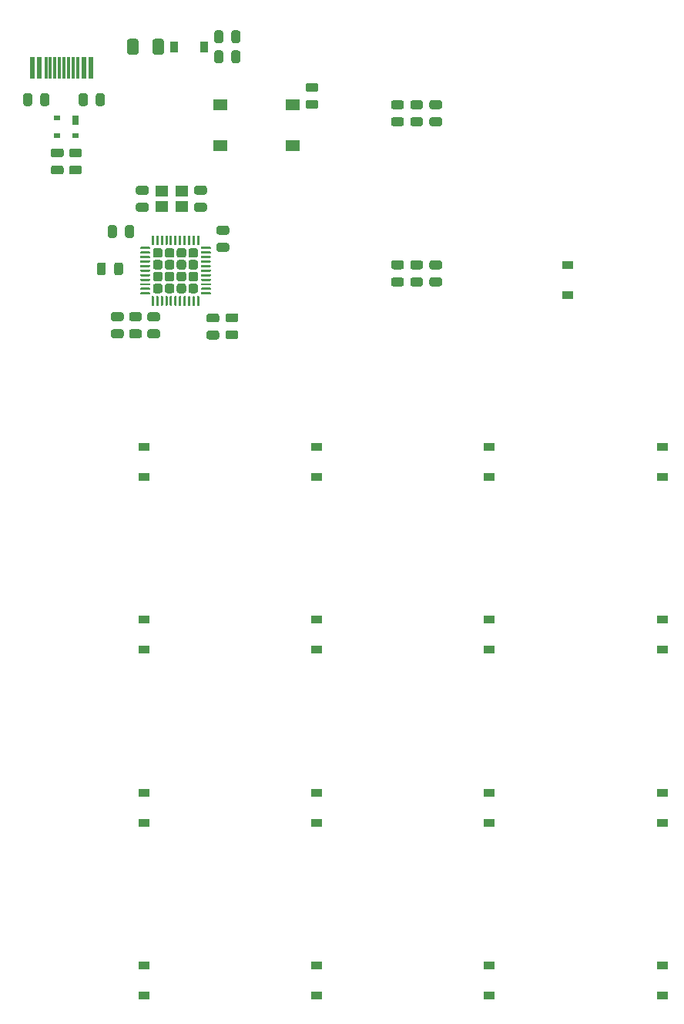
<source format=gbr>
%TF.GenerationSoftware,KiCad,Pcbnew,(5.1.6)-1*%
%TF.CreationDate,2020-07-15T15:55:53-05:00*%
%TF.ProjectId,deco-pad-v1,6465636f-2d70-4616-942d-76312e6b6963,rev?*%
%TF.SameCoordinates,Original*%
%TF.FileFunction,Paste,Bot*%
%TF.FilePolarity,Positive*%
%FSLAX46Y46*%
G04 Gerber Fmt 4.6, Leading zero omitted, Abs format (unit mm)*
G04 Created by KiCad (PCBNEW (5.1.6)-1) date 2020-07-15 15:55:53*
%MOMM*%
%LPD*%
G01*
G04 APERTURE LIST*
%ADD10R,1.200000X0.900000*%
%ADD11R,1.400000X1.200000*%
%ADD12R,0.600000X2.450000*%
%ADD13R,0.300000X2.450000*%
%ADD14R,0.700000X0.600000*%
%ADD15R,0.700000X1.000000*%
%ADD16R,1.550000X1.300000*%
%ADD17R,0.900000X1.200000*%
G04 APERTURE END LIST*
%TO.C,R8*%
G36*
G01*
X58543750Y-58950000D02*
X59456250Y-58950000D01*
G75*
G02*
X59700000Y-59193750I0J-243750D01*
G01*
X59700000Y-59681250D01*
G75*
G02*
X59456250Y-59925000I-243750J0D01*
G01*
X58543750Y-59925000D01*
G75*
G02*
X58300000Y-59681250I0J243750D01*
G01*
X58300000Y-59193750D01*
G75*
G02*
X58543750Y-58950000I243750J0D01*
G01*
G37*
G36*
G01*
X58543750Y-57075000D02*
X59456250Y-57075000D01*
G75*
G02*
X59700000Y-57318750I0J-243750D01*
G01*
X59700000Y-57806250D01*
G75*
G02*
X59456250Y-58050000I-243750J0D01*
G01*
X58543750Y-58050000D01*
G75*
G02*
X58300000Y-57806250I0J243750D01*
G01*
X58300000Y-57318750D01*
G75*
G02*
X58543750Y-57075000I243750J0D01*
G01*
G37*
%TD*%
%TO.C,R4*%
G36*
G01*
X94856250Y-52750000D02*
X93943750Y-52750000D01*
G75*
G02*
X93700000Y-52506250I0J243750D01*
G01*
X93700000Y-52018750D01*
G75*
G02*
X93943750Y-51775000I243750J0D01*
G01*
X94856250Y-51775000D01*
G75*
G02*
X95100000Y-52018750I0J-243750D01*
G01*
X95100000Y-52506250D01*
G75*
G02*
X94856250Y-52750000I-243750J0D01*
G01*
G37*
G36*
G01*
X94856250Y-54625000D02*
X93943750Y-54625000D01*
G75*
G02*
X93700000Y-54381250I0J243750D01*
G01*
X93700000Y-53893750D01*
G75*
G02*
X93943750Y-53650000I243750J0D01*
G01*
X94856250Y-53650000D01*
G75*
G02*
X95100000Y-53893750I0J-243750D01*
G01*
X95100000Y-54381250D01*
G75*
G02*
X94856250Y-54625000I-243750J0D01*
G01*
G37*
%TD*%
%TO.C,R3*%
G36*
G01*
X93943750Y-71250000D02*
X94856250Y-71250000D01*
G75*
G02*
X95100000Y-71493750I0J-243750D01*
G01*
X95100000Y-71981250D01*
G75*
G02*
X94856250Y-72225000I-243750J0D01*
G01*
X93943750Y-72225000D01*
G75*
G02*
X93700000Y-71981250I0J243750D01*
G01*
X93700000Y-71493750D01*
G75*
G02*
X93943750Y-71250000I243750J0D01*
G01*
G37*
G36*
G01*
X93943750Y-69375000D02*
X94856250Y-69375000D01*
G75*
G02*
X95100000Y-69618750I0J-243750D01*
G01*
X95100000Y-70106250D01*
G75*
G02*
X94856250Y-70350000I-243750J0D01*
G01*
X93943750Y-70350000D01*
G75*
G02*
X93700000Y-70106250I0J243750D01*
G01*
X93700000Y-69618750D01*
G75*
G02*
X93943750Y-69375000I243750J0D01*
G01*
G37*
%TD*%
%TO.C,R2*%
G36*
G01*
X99056250Y-70350000D02*
X98143750Y-70350000D01*
G75*
G02*
X97900000Y-70106250I0J243750D01*
G01*
X97900000Y-69618750D01*
G75*
G02*
X98143750Y-69375000I243750J0D01*
G01*
X99056250Y-69375000D01*
G75*
G02*
X99300000Y-69618750I0J-243750D01*
G01*
X99300000Y-70106250D01*
G75*
G02*
X99056250Y-70350000I-243750J0D01*
G01*
G37*
G36*
G01*
X99056250Y-72225000D02*
X98143750Y-72225000D01*
G75*
G02*
X97900000Y-71981250I0J243750D01*
G01*
X97900000Y-71493750D01*
G75*
G02*
X98143750Y-71250000I243750J0D01*
G01*
X99056250Y-71250000D01*
G75*
G02*
X99300000Y-71493750I0J-243750D01*
G01*
X99300000Y-71981250D01*
G75*
G02*
X99056250Y-72225000I-243750J0D01*
G01*
G37*
%TD*%
%TO.C,R1*%
G36*
G01*
X98143750Y-53650000D02*
X99056250Y-53650000D01*
G75*
G02*
X99300000Y-53893750I0J-243750D01*
G01*
X99300000Y-54381250D01*
G75*
G02*
X99056250Y-54625000I-243750J0D01*
G01*
X98143750Y-54625000D01*
G75*
G02*
X97900000Y-54381250I0J243750D01*
G01*
X97900000Y-53893750D01*
G75*
G02*
X98143750Y-53650000I243750J0D01*
G01*
G37*
G36*
G01*
X98143750Y-51775000D02*
X99056250Y-51775000D01*
G75*
G02*
X99300000Y-52018750I0J-243750D01*
G01*
X99300000Y-52506250D01*
G75*
G02*
X99056250Y-52750000I-243750J0D01*
G01*
X98143750Y-52750000D01*
G75*
G02*
X97900000Y-52506250I0J243750D01*
G01*
X97900000Y-52018750D01*
G75*
G02*
X98143750Y-51775000I243750J0D01*
G01*
G37*
%TD*%
D10*
%TO.C,D17*%
X113100000Y-69850000D03*
X113100000Y-73150000D03*
%TD*%
%TO.C,C2*%
G36*
G01*
X96043750Y-53650000D02*
X96956250Y-53650000D01*
G75*
G02*
X97200000Y-53893750I0J-243750D01*
G01*
X97200000Y-54381250D01*
G75*
G02*
X96956250Y-54625000I-243750J0D01*
G01*
X96043750Y-54625000D01*
G75*
G02*
X95800000Y-54381250I0J243750D01*
G01*
X95800000Y-53893750D01*
G75*
G02*
X96043750Y-53650000I243750J0D01*
G01*
G37*
G36*
G01*
X96043750Y-51775000D02*
X96956250Y-51775000D01*
G75*
G02*
X97200000Y-52018750I0J-243750D01*
G01*
X97200000Y-52506250D01*
G75*
G02*
X96956250Y-52750000I-243750J0D01*
G01*
X96043750Y-52750000D01*
G75*
G02*
X95800000Y-52506250I0J243750D01*
G01*
X95800000Y-52018750D01*
G75*
G02*
X96043750Y-51775000I243750J0D01*
G01*
G37*
%TD*%
%TO.C,C1*%
G36*
G01*
X96956250Y-70350000D02*
X96043750Y-70350000D01*
G75*
G02*
X95800000Y-70106250I0J243750D01*
G01*
X95800000Y-69618750D01*
G75*
G02*
X96043750Y-69375000I243750J0D01*
G01*
X96956250Y-69375000D01*
G75*
G02*
X97200000Y-69618750I0J-243750D01*
G01*
X97200000Y-70106250D01*
G75*
G02*
X96956250Y-70350000I-243750J0D01*
G01*
G37*
G36*
G01*
X96956250Y-72225000D02*
X96043750Y-72225000D01*
G75*
G02*
X95800000Y-71981250I0J243750D01*
G01*
X95800000Y-71493750D01*
G75*
G02*
X96043750Y-71250000I243750J0D01*
G01*
X96956250Y-71250000D01*
G75*
G02*
X97200000Y-71493750I0J-243750D01*
G01*
X97200000Y-71981250D01*
G75*
G02*
X96956250Y-72225000I-243750J0D01*
G01*
G37*
%TD*%
D11*
%TO.C,Y1*%
X70650000Y-61750000D03*
X68450000Y-61750000D03*
X68450000Y-63450000D03*
X70650000Y-63450000D03*
%TD*%
D12*
%TO.C,USB1*%
X60725000Y-48195000D03*
X54275000Y-48195000D03*
X59950000Y-48195000D03*
X55050000Y-48195000D03*
D13*
X55750000Y-48195000D03*
X59250000Y-48195000D03*
X56250000Y-48195000D03*
X58750000Y-48195000D03*
X56750000Y-48195000D03*
X58250000Y-48195000D03*
X57750000Y-48195000D03*
X57250000Y-48195000D03*
%TD*%
D14*
%TO.C,U1*%
X57000000Y-53750000D03*
X57000000Y-55650000D03*
X59000000Y-55650000D03*
D15*
X59000000Y-53950000D03*
%TD*%
%TO.C,U2*%
G36*
G01*
X71425000Y-68825001D02*
X71425000Y-68274999D01*
G75*
G02*
X71674999Y-68025000I249999J0D01*
G01*
X72225001Y-68025000D01*
G75*
G02*
X72475000Y-68274999I0J-249999D01*
G01*
X72475000Y-68825001D01*
G75*
G02*
X72225001Y-69075000I-249999J0D01*
G01*
X71674999Y-69075000D01*
G75*
G02*
X71425000Y-68825001I0J249999D01*
G01*
G37*
G36*
G01*
X71425000Y-70125001D02*
X71425000Y-69574999D01*
G75*
G02*
X71674999Y-69325000I249999J0D01*
G01*
X72225001Y-69325000D01*
G75*
G02*
X72475000Y-69574999I0J-249999D01*
G01*
X72475000Y-70125001D01*
G75*
G02*
X72225001Y-70375000I-249999J0D01*
G01*
X71674999Y-70375000D01*
G75*
G02*
X71425000Y-70125001I0J249999D01*
G01*
G37*
G36*
G01*
X71425000Y-71425001D02*
X71425000Y-70874999D01*
G75*
G02*
X71674999Y-70625000I249999J0D01*
G01*
X72225001Y-70625000D01*
G75*
G02*
X72475000Y-70874999I0J-249999D01*
G01*
X72475000Y-71425001D01*
G75*
G02*
X72225001Y-71675000I-249999J0D01*
G01*
X71674999Y-71675000D01*
G75*
G02*
X71425000Y-71425001I0J249999D01*
G01*
G37*
G36*
G01*
X71425000Y-72725001D02*
X71425000Y-72174999D01*
G75*
G02*
X71674999Y-71925000I249999J0D01*
G01*
X72225001Y-71925000D01*
G75*
G02*
X72475000Y-72174999I0J-249999D01*
G01*
X72475000Y-72725001D01*
G75*
G02*
X72225001Y-72975000I-249999J0D01*
G01*
X71674999Y-72975000D01*
G75*
G02*
X71425000Y-72725001I0J249999D01*
G01*
G37*
G36*
G01*
X70125000Y-68825001D02*
X70125000Y-68274999D01*
G75*
G02*
X70374999Y-68025000I249999J0D01*
G01*
X70925001Y-68025000D01*
G75*
G02*
X71175000Y-68274999I0J-249999D01*
G01*
X71175000Y-68825001D01*
G75*
G02*
X70925001Y-69075000I-249999J0D01*
G01*
X70374999Y-69075000D01*
G75*
G02*
X70125000Y-68825001I0J249999D01*
G01*
G37*
G36*
G01*
X70125000Y-70125001D02*
X70125000Y-69574999D01*
G75*
G02*
X70374999Y-69325000I249999J0D01*
G01*
X70925001Y-69325000D01*
G75*
G02*
X71175000Y-69574999I0J-249999D01*
G01*
X71175000Y-70125001D01*
G75*
G02*
X70925001Y-70375000I-249999J0D01*
G01*
X70374999Y-70375000D01*
G75*
G02*
X70125000Y-70125001I0J249999D01*
G01*
G37*
G36*
G01*
X70125000Y-71425001D02*
X70125000Y-70874999D01*
G75*
G02*
X70374999Y-70625000I249999J0D01*
G01*
X70925001Y-70625000D01*
G75*
G02*
X71175000Y-70874999I0J-249999D01*
G01*
X71175000Y-71425001D01*
G75*
G02*
X70925001Y-71675000I-249999J0D01*
G01*
X70374999Y-71675000D01*
G75*
G02*
X70125000Y-71425001I0J249999D01*
G01*
G37*
G36*
G01*
X70125000Y-72725001D02*
X70125000Y-72174999D01*
G75*
G02*
X70374999Y-71925000I249999J0D01*
G01*
X70925001Y-71925000D01*
G75*
G02*
X71175000Y-72174999I0J-249999D01*
G01*
X71175000Y-72725001D01*
G75*
G02*
X70925001Y-72975000I-249999J0D01*
G01*
X70374999Y-72975000D01*
G75*
G02*
X70125000Y-72725001I0J249999D01*
G01*
G37*
G36*
G01*
X68825000Y-68825001D02*
X68825000Y-68274999D01*
G75*
G02*
X69074999Y-68025000I249999J0D01*
G01*
X69625001Y-68025000D01*
G75*
G02*
X69875000Y-68274999I0J-249999D01*
G01*
X69875000Y-68825001D01*
G75*
G02*
X69625001Y-69075000I-249999J0D01*
G01*
X69074999Y-69075000D01*
G75*
G02*
X68825000Y-68825001I0J249999D01*
G01*
G37*
G36*
G01*
X68825000Y-70125001D02*
X68825000Y-69574999D01*
G75*
G02*
X69074999Y-69325000I249999J0D01*
G01*
X69625001Y-69325000D01*
G75*
G02*
X69875000Y-69574999I0J-249999D01*
G01*
X69875000Y-70125001D01*
G75*
G02*
X69625001Y-70375000I-249999J0D01*
G01*
X69074999Y-70375000D01*
G75*
G02*
X68825000Y-70125001I0J249999D01*
G01*
G37*
G36*
G01*
X68825000Y-71425001D02*
X68825000Y-70874999D01*
G75*
G02*
X69074999Y-70625000I249999J0D01*
G01*
X69625001Y-70625000D01*
G75*
G02*
X69875000Y-70874999I0J-249999D01*
G01*
X69875000Y-71425001D01*
G75*
G02*
X69625001Y-71675000I-249999J0D01*
G01*
X69074999Y-71675000D01*
G75*
G02*
X68825000Y-71425001I0J249999D01*
G01*
G37*
G36*
G01*
X68825000Y-72725001D02*
X68825000Y-72174999D01*
G75*
G02*
X69074999Y-71925000I249999J0D01*
G01*
X69625001Y-71925000D01*
G75*
G02*
X69875000Y-72174999I0J-249999D01*
G01*
X69875000Y-72725001D01*
G75*
G02*
X69625001Y-72975000I-249999J0D01*
G01*
X69074999Y-72975000D01*
G75*
G02*
X68825000Y-72725001I0J249999D01*
G01*
G37*
G36*
G01*
X67525000Y-68825001D02*
X67525000Y-68274999D01*
G75*
G02*
X67774999Y-68025000I249999J0D01*
G01*
X68325001Y-68025000D01*
G75*
G02*
X68575000Y-68274999I0J-249999D01*
G01*
X68575000Y-68825001D01*
G75*
G02*
X68325001Y-69075000I-249999J0D01*
G01*
X67774999Y-69075000D01*
G75*
G02*
X67525000Y-68825001I0J249999D01*
G01*
G37*
G36*
G01*
X67525000Y-70125001D02*
X67525000Y-69574999D01*
G75*
G02*
X67774999Y-69325000I249999J0D01*
G01*
X68325001Y-69325000D01*
G75*
G02*
X68575000Y-69574999I0J-249999D01*
G01*
X68575000Y-70125001D01*
G75*
G02*
X68325001Y-70375000I-249999J0D01*
G01*
X67774999Y-70375000D01*
G75*
G02*
X67525000Y-70125001I0J249999D01*
G01*
G37*
G36*
G01*
X67525000Y-71425001D02*
X67525000Y-70874999D01*
G75*
G02*
X67774999Y-70625000I249999J0D01*
G01*
X68325001Y-70625000D01*
G75*
G02*
X68575000Y-70874999I0J-249999D01*
G01*
X68575000Y-71425001D01*
G75*
G02*
X68325001Y-71675000I-249999J0D01*
G01*
X67774999Y-71675000D01*
G75*
G02*
X67525000Y-71425001I0J249999D01*
G01*
G37*
G36*
G01*
X67525000Y-72725001D02*
X67525000Y-72174999D01*
G75*
G02*
X67774999Y-71925000I249999J0D01*
G01*
X68325001Y-71925000D01*
G75*
G02*
X68575000Y-72174999I0J-249999D01*
G01*
X68575000Y-72725001D01*
G75*
G02*
X68325001Y-72975000I-249999J0D01*
G01*
X67774999Y-72975000D01*
G75*
G02*
X67525000Y-72725001I0J249999D01*
G01*
G37*
G36*
G01*
X67375000Y-74312500D02*
X67375000Y-73362500D01*
G75*
G02*
X67437500Y-73300000I62500J0D01*
G01*
X67562500Y-73300000D01*
G75*
G02*
X67625000Y-73362500I0J-62500D01*
G01*
X67625000Y-74312500D01*
G75*
G02*
X67562500Y-74375000I-62500J0D01*
G01*
X67437500Y-74375000D01*
G75*
G02*
X67375000Y-74312500I0J62500D01*
G01*
G37*
G36*
G01*
X67875000Y-74312500D02*
X67875000Y-73362500D01*
G75*
G02*
X67937500Y-73300000I62500J0D01*
G01*
X68062500Y-73300000D01*
G75*
G02*
X68125000Y-73362500I0J-62500D01*
G01*
X68125000Y-74312500D01*
G75*
G02*
X68062500Y-74375000I-62500J0D01*
G01*
X67937500Y-74375000D01*
G75*
G02*
X67875000Y-74312500I0J62500D01*
G01*
G37*
G36*
G01*
X68375000Y-74312500D02*
X68375000Y-73362500D01*
G75*
G02*
X68437500Y-73300000I62500J0D01*
G01*
X68562500Y-73300000D01*
G75*
G02*
X68625000Y-73362500I0J-62500D01*
G01*
X68625000Y-74312500D01*
G75*
G02*
X68562500Y-74375000I-62500J0D01*
G01*
X68437500Y-74375000D01*
G75*
G02*
X68375000Y-74312500I0J62500D01*
G01*
G37*
G36*
G01*
X68875000Y-74312500D02*
X68875000Y-73362500D01*
G75*
G02*
X68937500Y-73300000I62500J0D01*
G01*
X69062500Y-73300000D01*
G75*
G02*
X69125000Y-73362500I0J-62500D01*
G01*
X69125000Y-74312500D01*
G75*
G02*
X69062500Y-74375000I-62500J0D01*
G01*
X68937500Y-74375000D01*
G75*
G02*
X68875000Y-74312500I0J62500D01*
G01*
G37*
G36*
G01*
X69375000Y-74312500D02*
X69375000Y-73362500D01*
G75*
G02*
X69437500Y-73300000I62500J0D01*
G01*
X69562500Y-73300000D01*
G75*
G02*
X69625000Y-73362500I0J-62500D01*
G01*
X69625000Y-74312500D01*
G75*
G02*
X69562500Y-74375000I-62500J0D01*
G01*
X69437500Y-74375000D01*
G75*
G02*
X69375000Y-74312500I0J62500D01*
G01*
G37*
G36*
G01*
X69875000Y-74312500D02*
X69875000Y-73362500D01*
G75*
G02*
X69937500Y-73300000I62500J0D01*
G01*
X70062500Y-73300000D01*
G75*
G02*
X70125000Y-73362500I0J-62500D01*
G01*
X70125000Y-74312500D01*
G75*
G02*
X70062500Y-74375000I-62500J0D01*
G01*
X69937500Y-74375000D01*
G75*
G02*
X69875000Y-74312500I0J62500D01*
G01*
G37*
G36*
G01*
X70375000Y-74312500D02*
X70375000Y-73362500D01*
G75*
G02*
X70437500Y-73300000I62500J0D01*
G01*
X70562500Y-73300000D01*
G75*
G02*
X70625000Y-73362500I0J-62500D01*
G01*
X70625000Y-74312500D01*
G75*
G02*
X70562500Y-74375000I-62500J0D01*
G01*
X70437500Y-74375000D01*
G75*
G02*
X70375000Y-74312500I0J62500D01*
G01*
G37*
G36*
G01*
X70875000Y-74312500D02*
X70875000Y-73362500D01*
G75*
G02*
X70937500Y-73300000I62500J0D01*
G01*
X71062500Y-73300000D01*
G75*
G02*
X71125000Y-73362500I0J-62500D01*
G01*
X71125000Y-74312500D01*
G75*
G02*
X71062500Y-74375000I-62500J0D01*
G01*
X70937500Y-74375000D01*
G75*
G02*
X70875000Y-74312500I0J62500D01*
G01*
G37*
G36*
G01*
X71375000Y-74312500D02*
X71375000Y-73362500D01*
G75*
G02*
X71437500Y-73300000I62500J0D01*
G01*
X71562500Y-73300000D01*
G75*
G02*
X71625000Y-73362500I0J-62500D01*
G01*
X71625000Y-74312500D01*
G75*
G02*
X71562500Y-74375000I-62500J0D01*
G01*
X71437500Y-74375000D01*
G75*
G02*
X71375000Y-74312500I0J62500D01*
G01*
G37*
G36*
G01*
X71875000Y-74312500D02*
X71875000Y-73362500D01*
G75*
G02*
X71937500Y-73300000I62500J0D01*
G01*
X72062500Y-73300000D01*
G75*
G02*
X72125000Y-73362500I0J-62500D01*
G01*
X72125000Y-74312500D01*
G75*
G02*
X72062500Y-74375000I-62500J0D01*
G01*
X71937500Y-74375000D01*
G75*
G02*
X71875000Y-74312500I0J62500D01*
G01*
G37*
G36*
G01*
X72375000Y-74312500D02*
X72375000Y-73362500D01*
G75*
G02*
X72437500Y-73300000I62500J0D01*
G01*
X72562500Y-73300000D01*
G75*
G02*
X72625000Y-73362500I0J-62500D01*
G01*
X72625000Y-74312500D01*
G75*
G02*
X72562500Y-74375000I-62500J0D01*
G01*
X72437500Y-74375000D01*
G75*
G02*
X72375000Y-74312500I0J62500D01*
G01*
G37*
G36*
G01*
X72800000Y-73062500D02*
X72800000Y-72937500D01*
G75*
G02*
X72862500Y-72875000I62500J0D01*
G01*
X73812500Y-72875000D01*
G75*
G02*
X73875000Y-72937500I0J-62500D01*
G01*
X73875000Y-73062500D01*
G75*
G02*
X73812500Y-73125000I-62500J0D01*
G01*
X72862500Y-73125000D01*
G75*
G02*
X72800000Y-73062500I0J62500D01*
G01*
G37*
G36*
G01*
X72800000Y-72562500D02*
X72800000Y-72437500D01*
G75*
G02*
X72862500Y-72375000I62500J0D01*
G01*
X73812500Y-72375000D01*
G75*
G02*
X73875000Y-72437500I0J-62500D01*
G01*
X73875000Y-72562500D01*
G75*
G02*
X73812500Y-72625000I-62500J0D01*
G01*
X72862500Y-72625000D01*
G75*
G02*
X72800000Y-72562500I0J62500D01*
G01*
G37*
G36*
G01*
X72800000Y-72062500D02*
X72800000Y-71937500D01*
G75*
G02*
X72862500Y-71875000I62500J0D01*
G01*
X73812500Y-71875000D01*
G75*
G02*
X73875000Y-71937500I0J-62500D01*
G01*
X73875000Y-72062500D01*
G75*
G02*
X73812500Y-72125000I-62500J0D01*
G01*
X72862500Y-72125000D01*
G75*
G02*
X72800000Y-72062500I0J62500D01*
G01*
G37*
G36*
G01*
X72800000Y-71562500D02*
X72800000Y-71437500D01*
G75*
G02*
X72862500Y-71375000I62500J0D01*
G01*
X73812500Y-71375000D01*
G75*
G02*
X73875000Y-71437500I0J-62500D01*
G01*
X73875000Y-71562500D01*
G75*
G02*
X73812500Y-71625000I-62500J0D01*
G01*
X72862500Y-71625000D01*
G75*
G02*
X72800000Y-71562500I0J62500D01*
G01*
G37*
G36*
G01*
X72800000Y-71062500D02*
X72800000Y-70937500D01*
G75*
G02*
X72862500Y-70875000I62500J0D01*
G01*
X73812500Y-70875000D01*
G75*
G02*
X73875000Y-70937500I0J-62500D01*
G01*
X73875000Y-71062500D01*
G75*
G02*
X73812500Y-71125000I-62500J0D01*
G01*
X72862500Y-71125000D01*
G75*
G02*
X72800000Y-71062500I0J62500D01*
G01*
G37*
G36*
G01*
X72800000Y-70562500D02*
X72800000Y-70437500D01*
G75*
G02*
X72862500Y-70375000I62500J0D01*
G01*
X73812500Y-70375000D01*
G75*
G02*
X73875000Y-70437500I0J-62500D01*
G01*
X73875000Y-70562500D01*
G75*
G02*
X73812500Y-70625000I-62500J0D01*
G01*
X72862500Y-70625000D01*
G75*
G02*
X72800000Y-70562500I0J62500D01*
G01*
G37*
G36*
G01*
X72800000Y-70062500D02*
X72800000Y-69937500D01*
G75*
G02*
X72862500Y-69875000I62500J0D01*
G01*
X73812500Y-69875000D01*
G75*
G02*
X73875000Y-69937500I0J-62500D01*
G01*
X73875000Y-70062500D01*
G75*
G02*
X73812500Y-70125000I-62500J0D01*
G01*
X72862500Y-70125000D01*
G75*
G02*
X72800000Y-70062500I0J62500D01*
G01*
G37*
G36*
G01*
X72800000Y-69562500D02*
X72800000Y-69437500D01*
G75*
G02*
X72862500Y-69375000I62500J0D01*
G01*
X73812500Y-69375000D01*
G75*
G02*
X73875000Y-69437500I0J-62500D01*
G01*
X73875000Y-69562500D01*
G75*
G02*
X73812500Y-69625000I-62500J0D01*
G01*
X72862500Y-69625000D01*
G75*
G02*
X72800000Y-69562500I0J62500D01*
G01*
G37*
G36*
G01*
X72800000Y-69062500D02*
X72800000Y-68937500D01*
G75*
G02*
X72862500Y-68875000I62500J0D01*
G01*
X73812500Y-68875000D01*
G75*
G02*
X73875000Y-68937500I0J-62500D01*
G01*
X73875000Y-69062500D01*
G75*
G02*
X73812500Y-69125000I-62500J0D01*
G01*
X72862500Y-69125000D01*
G75*
G02*
X72800000Y-69062500I0J62500D01*
G01*
G37*
G36*
G01*
X72800000Y-68562500D02*
X72800000Y-68437500D01*
G75*
G02*
X72862500Y-68375000I62500J0D01*
G01*
X73812500Y-68375000D01*
G75*
G02*
X73875000Y-68437500I0J-62500D01*
G01*
X73875000Y-68562500D01*
G75*
G02*
X73812500Y-68625000I-62500J0D01*
G01*
X72862500Y-68625000D01*
G75*
G02*
X72800000Y-68562500I0J62500D01*
G01*
G37*
G36*
G01*
X72800000Y-68062500D02*
X72800000Y-67937500D01*
G75*
G02*
X72862500Y-67875000I62500J0D01*
G01*
X73812500Y-67875000D01*
G75*
G02*
X73875000Y-67937500I0J-62500D01*
G01*
X73875000Y-68062500D01*
G75*
G02*
X73812500Y-68125000I-62500J0D01*
G01*
X72862500Y-68125000D01*
G75*
G02*
X72800000Y-68062500I0J62500D01*
G01*
G37*
G36*
G01*
X72375000Y-67637500D02*
X72375000Y-66687500D01*
G75*
G02*
X72437500Y-66625000I62500J0D01*
G01*
X72562500Y-66625000D01*
G75*
G02*
X72625000Y-66687500I0J-62500D01*
G01*
X72625000Y-67637500D01*
G75*
G02*
X72562500Y-67700000I-62500J0D01*
G01*
X72437500Y-67700000D01*
G75*
G02*
X72375000Y-67637500I0J62500D01*
G01*
G37*
G36*
G01*
X71875000Y-67637500D02*
X71875000Y-66687500D01*
G75*
G02*
X71937500Y-66625000I62500J0D01*
G01*
X72062500Y-66625000D01*
G75*
G02*
X72125000Y-66687500I0J-62500D01*
G01*
X72125000Y-67637500D01*
G75*
G02*
X72062500Y-67700000I-62500J0D01*
G01*
X71937500Y-67700000D01*
G75*
G02*
X71875000Y-67637500I0J62500D01*
G01*
G37*
G36*
G01*
X71375000Y-67637500D02*
X71375000Y-66687500D01*
G75*
G02*
X71437500Y-66625000I62500J0D01*
G01*
X71562500Y-66625000D01*
G75*
G02*
X71625000Y-66687500I0J-62500D01*
G01*
X71625000Y-67637500D01*
G75*
G02*
X71562500Y-67700000I-62500J0D01*
G01*
X71437500Y-67700000D01*
G75*
G02*
X71375000Y-67637500I0J62500D01*
G01*
G37*
G36*
G01*
X70875000Y-67637500D02*
X70875000Y-66687500D01*
G75*
G02*
X70937500Y-66625000I62500J0D01*
G01*
X71062500Y-66625000D01*
G75*
G02*
X71125000Y-66687500I0J-62500D01*
G01*
X71125000Y-67637500D01*
G75*
G02*
X71062500Y-67700000I-62500J0D01*
G01*
X70937500Y-67700000D01*
G75*
G02*
X70875000Y-67637500I0J62500D01*
G01*
G37*
G36*
G01*
X70375000Y-67637500D02*
X70375000Y-66687500D01*
G75*
G02*
X70437500Y-66625000I62500J0D01*
G01*
X70562500Y-66625000D01*
G75*
G02*
X70625000Y-66687500I0J-62500D01*
G01*
X70625000Y-67637500D01*
G75*
G02*
X70562500Y-67700000I-62500J0D01*
G01*
X70437500Y-67700000D01*
G75*
G02*
X70375000Y-67637500I0J62500D01*
G01*
G37*
G36*
G01*
X69875000Y-67637500D02*
X69875000Y-66687500D01*
G75*
G02*
X69937500Y-66625000I62500J0D01*
G01*
X70062500Y-66625000D01*
G75*
G02*
X70125000Y-66687500I0J-62500D01*
G01*
X70125000Y-67637500D01*
G75*
G02*
X70062500Y-67700000I-62500J0D01*
G01*
X69937500Y-67700000D01*
G75*
G02*
X69875000Y-67637500I0J62500D01*
G01*
G37*
G36*
G01*
X69375000Y-67637500D02*
X69375000Y-66687500D01*
G75*
G02*
X69437500Y-66625000I62500J0D01*
G01*
X69562500Y-66625000D01*
G75*
G02*
X69625000Y-66687500I0J-62500D01*
G01*
X69625000Y-67637500D01*
G75*
G02*
X69562500Y-67700000I-62500J0D01*
G01*
X69437500Y-67700000D01*
G75*
G02*
X69375000Y-67637500I0J62500D01*
G01*
G37*
G36*
G01*
X68875000Y-67637500D02*
X68875000Y-66687500D01*
G75*
G02*
X68937500Y-66625000I62500J0D01*
G01*
X69062500Y-66625000D01*
G75*
G02*
X69125000Y-66687500I0J-62500D01*
G01*
X69125000Y-67637500D01*
G75*
G02*
X69062500Y-67700000I-62500J0D01*
G01*
X68937500Y-67700000D01*
G75*
G02*
X68875000Y-67637500I0J62500D01*
G01*
G37*
G36*
G01*
X68375000Y-67637500D02*
X68375000Y-66687500D01*
G75*
G02*
X68437500Y-66625000I62500J0D01*
G01*
X68562500Y-66625000D01*
G75*
G02*
X68625000Y-66687500I0J-62500D01*
G01*
X68625000Y-67637500D01*
G75*
G02*
X68562500Y-67700000I-62500J0D01*
G01*
X68437500Y-67700000D01*
G75*
G02*
X68375000Y-67637500I0J62500D01*
G01*
G37*
G36*
G01*
X67875000Y-67637500D02*
X67875000Y-66687500D01*
G75*
G02*
X67937500Y-66625000I62500J0D01*
G01*
X68062500Y-66625000D01*
G75*
G02*
X68125000Y-66687500I0J-62500D01*
G01*
X68125000Y-67637500D01*
G75*
G02*
X68062500Y-67700000I-62500J0D01*
G01*
X67937500Y-67700000D01*
G75*
G02*
X67875000Y-67637500I0J62500D01*
G01*
G37*
G36*
G01*
X67375000Y-67637500D02*
X67375000Y-66687500D01*
G75*
G02*
X67437500Y-66625000I62500J0D01*
G01*
X67562500Y-66625000D01*
G75*
G02*
X67625000Y-66687500I0J-62500D01*
G01*
X67625000Y-67637500D01*
G75*
G02*
X67562500Y-67700000I-62500J0D01*
G01*
X67437500Y-67700000D01*
G75*
G02*
X67375000Y-67637500I0J62500D01*
G01*
G37*
G36*
G01*
X66125000Y-68062500D02*
X66125000Y-67937500D01*
G75*
G02*
X66187500Y-67875000I62500J0D01*
G01*
X67137500Y-67875000D01*
G75*
G02*
X67200000Y-67937500I0J-62500D01*
G01*
X67200000Y-68062500D01*
G75*
G02*
X67137500Y-68125000I-62500J0D01*
G01*
X66187500Y-68125000D01*
G75*
G02*
X66125000Y-68062500I0J62500D01*
G01*
G37*
G36*
G01*
X66125000Y-68562500D02*
X66125000Y-68437500D01*
G75*
G02*
X66187500Y-68375000I62500J0D01*
G01*
X67137500Y-68375000D01*
G75*
G02*
X67200000Y-68437500I0J-62500D01*
G01*
X67200000Y-68562500D01*
G75*
G02*
X67137500Y-68625000I-62500J0D01*
G01*
X66187500Y-68625000D01*
G75*
G02*
X66125000Y-68562500I0J62500D01*
G01*
G37*
G36*
G01*
X66125000Y-69062500D02*
X66125000Y-68937500D01*
G75*
G02*
X66187500Y-68875000I62500J0D01*
G01*
X67137500Y-68875000D01*
G75*
G02*
X67200000Y-68937500I0J-62500D01*
G01*
X67200000Y-69062500D01*
G75*
G02*
X67137500Y-69125000I-62500J0D01*
G01*
X66187500Y-69125000D01*
G75*
G02*
X66125000Y-69062500I0J62500D01*
G01*
G37*
G36*
G01*
X66125000Y-69562500D02*
X66125000Y-69437500D01*
G75*
G02*
X66187500Y-69375000I62500J0D01*
G01*
X67137500Y-69375000D01*
G75*
G02*
X67200000Y-69437500I0J-62500D01*
G01*
X67200000Y-69562500D01*
G75*
G02*
X67137500Y-69625000I-62500J0D01*
G01*
X66187500Y-69625000D01*
G75*
G02*
X66125000Y-69562500I0J62500D01*
G01*
G37*
G36*
G01*
X66125000Y-70062500D02*
X66125000Y-69937500D01*
G75*
G02*
X66187500Y-69875000I62500J0D01*
G01*
X67137500Y-69875000D01*
G75*
G02*
X67200000Y-69937500I0J-62500D01*
G01*
X67200000Y-70062500D01*
G75*
G02*
X67137500Y-70125000I-62500J0D01*
G01*
X66187500Y-70125000D01*
G75*
G02*
X66125000Y-70062500I0J62500D01*
G01*
G37*
G36*
G01*
X66125000Y-70562500D02*
X66125000Y-70437500D01*
G75*
G02*
X66187500Y-70375000I62500J0D01*
G01*
X67137500Y-70375000D01*
G75*
G02*
X67200000Y-70437500I0J-62500D01*
G01*
X67200000Y-70562500D01*
G75*
G02*
X67137500Y-70625000I-62500J0D01*
G01*
X66187500Y-70625000D01*
G75*
G02*
X66125000Y-70562500I0J62500D01*
G01*
G37*
G36*
G01*
X66125000Y-71062500D02*
X66125000Y-70937500D01*
G75*
G02*
X66187500Y-70875000I62500J0D01*
G01*
X67137500Y-70875000D01*
G75*
G02*
X67200000Y-70937500I0J-62500D01*
G01*
X67200000Y-71062500D01*
G75*
G02*
X67137500Y-71125000I-62500J0D01*
G01*
X66187500Y-71125000D01*
G75*
G02*
X66125000Y-71062500I0J62500D01*
G01*
G37*
G36*
G01*
X66125000Y-71562500D02*
X66125000Y-71437500D01*
G75*
G02*
X66187500Y-71375000I62500J0D01*
G01*
X67137500Y-71375000D01*
G75*
G02*
X67200000Y-71437500I0J-62500D01*
G01*
X67200000Y-71562500D01*
G75*
G02*
X67137500Y-71625000I-62500J0D01*
G01*
X66187500Y-71625000D01*
G75*
G02*
X66125000Y-71562500I0J62500D01*
G01*
G37*
G36*
G01*
X66125000Y-72062500D02*
X66125000Y-71937500D01*
G75*
G02*
X66187500Y-71875000I62500J0D01*
G01*
X67137500Y-71875000D01*
G75*
G02*
X67200000Y-71937500I0J-62500D01*
G01*
X67200000Y-72062500D01*
G75*
G02*
X67137500Y-72125000I-62500J0D01*
G01*
X66187500Y-72125000D01*
G75*
G02*
X66125000Y-72062500I0J62500D01*
G01*
G37*
G36*
G01*
X66125000Y-72562500D02*
X66125000Y-72437500D01*
G75*
G02*
X66187500Y-72375000I62500J0D01*
G01*
X67137500Y-72375000D01*
G75*
G02*
X67200000Y-72437500I0J-62500D01*
G01*
X67200000Y-72562500D01*
G75*
G02*
X67137500Y-72625000I-62500J0D01*
G01*
X66187500Y-72625000D01*
G75*
G02*
X66125000Y-72562500I0J62500D01*
G01*
G37*
G36*
G01*
X66125000Y-73062500D02*
X66125000Y-72937500D01*
G75*
G02*
X66187500Y-72875000I62500J0D01*
G01*
X67137500Y-72875000D01*
G75*
G02*
X67200000Y-72937500I0J-62500D01*
G01*
X67200000Y-73062500D01*
G75*
G02*
X67137500Y-73125000I-62500J0D01*
G01*
X66187500Y-73125000D01*
G75*
G02*
X66125000Y-73062500I0J62500D01*
G01*
G37*
%TD*%
D16*
%TO.C,SW2*%
X82875000Y-52250000D03*
X74925000Y-52250000D03*
X82875000Y-56750000D03*
X74925000Y-56750000D03*
%TD*%
%TO.C,R11*%
G36*
G01*
X76656250Y-76150000D02*
X75743750Y-76150000D01*
G75*
G02*
X75500000Y-75906250I0J243750D01*
G01*
X75500000Y-75418750D01*
G75*
G02*
X75743750Y-75175000I243750J0D01*
G01*
X76656250Y-75175000D01*
G75*
G02*
X76900000Y-75418750I0J-243750D01*
G01*
X76900000Y-75906250D01*
G75*
G02*
X76656250Y-76150000I-243750J0D01*
G01*
G37*
G36*
G01*
X76656250Y-78025000D02*
X75743750Y-78025000D01*
G75*
G02*
X75500000Y-77781250I0J243750D01*
G01*
X75500000Y-77293750D01*
G75*
G02*
X75743750Y-77050000I243750J0D01*
G01*
X76656250Y-77050000D01*
G75*
G02*
X76900000Y-77293750I0J-243750D01*
G01*
X76900000Y-77781250D01*
G75*
G02*
X76656250Y-78025000I-243750J0D01*
G01*
G37*
%TD*%
%TO.C,R10*%
G36*
G01*
X76150000Y-45256250D02*
X76150000Y-44343750D01*
G75*
G02*
X76393750Y-44100000I243750J0D01*
G01*
X76881250Y-44100000D01*
G75*
G02*
X77125000Y-44343750I0J-243750D01*
G01*
X77125000Y-45256250D01*
G75*
G02*
X76881250Y-45500000I-243750J0D01*
G01*
X76393750Y-45500000D01*
G75*
G02*
X76150000Y-45256250I0J243750D01*
G01*
G37*
G36*
G01*
X74275000Y-45256250D02*
X74275000Y-44343750D01*
G75*
G02*
X74518750Y-44100000I243750J0D01*
G01*
X75006250Y-44100000D01*
G75*
G02*
X75250000Y-44343750I0J-243750D01*
G01*
X75250000Y-45256250D01*
G75*
G02*
X75006250Y-45500000I-243750J0D01*
G01*
X74518750Y-45500000D01*
G75*
G02*
X74275000Y-45256250I0J243750D01*
G01*
G37*
%TD*%
%TO.C,R9*%
G36*
G01*
X84543750Y-51750000D02*
X85456250Y-51750000D01*
G75*
G02*
X85700000Y-51993750I0J-243750D01*
G01*
X85700000Y-52481250D01*
G75*
G02*
X85456250Y-52725000I-243750J0D01*
G01*
X84543750Y-52725000D01*
G75*
G02*
X84300000Y-52481250I0J243750D01*
G01*
X84300000Y-51993750D01*
G75*
G02*
X84543750Y-51750000I243750J0D01*
G01*
G37*
G36*
G01*
X84543750Y-49875000D02*
X85456250Y-49875000D01*
G75*
G02*
X85700000Y-50118750I0J-243750D01*
G01*
X85700000Y-50606250D01*
G75*
G02*
X85456250Y-50850000I-243750J0D01*
G01*
X84543750Y-50850000D01*
G75*
G02*
X84300000Y-50606250I0J243750D01*
G01*
X84300000Y-50118750D01*
G75*
G02*
X84543750Y-49875000I243750J0D01*
G01*
G37*
%TD*%
%TO.C,R7*%
G36*
G01*
X57456250Y-58050000D02*
X56543750Y-58050000D01*
G75*
G02*
X56300000Y-57806250I0J243750D01*
G01*
X56300000Y-57318750D01*
G75*
G02*
X56543750Y-57075000I243750J0D01*
G01*
X57456250Y-57075000D01*
G75*
G02*
X57700000Y-57318750I0J-243750D01*
G01*
X57700000Y-57806250D01*
G75*
G02*
X57456250Y-58050000I-243750J0D01*
G01*
G37*
G36*
G01*
X57456250Y-59925000D02*
X56543750Y-59925000D01*
G75*
G02*
X56300000Y-59681250I0J243750D01*
G01*
X56300000Y-59193750D01*
G75*
G02*
X56543750Y-58950000I243750J0D01*
G01*
X57456250Y-58950000D01*
G75*
G02*
X57700000Y-59193750I0J-243750D01*
G01*
X57700000Y-59681250D01*
G75*
G02*
X57456250Y-59925000I-243750J0D01*
G01*
G37*
%TD*%
%TO.C,R6*%
G36*
G01*
X54250000Y-51243750D02*
X54250000Y-52156250D01*
G75*
G02*
X54006250Y-52400000I-243750J0D01*
G01*
X53518750Y-52400000D01*
G75*
G02*
X53275000Y-52156250I0J243750D01*
G01*
X53275000Y-51243750D01*
G75*
G02*
X53518750Y-51000000I243750J0D01*
G01*
X54006250Y-51000000D01*
G75*
G02*
X54250000Y-51243750I0J-243750D01*
G01*
G37*
G36*
G01*
X56125000Y-51243750D02*
X56125000Y-52156250D01*
G75*
G02*
X55881250Y-52400000I-243750J0D01*
G01*
X55393750Y-52400000D01*
G75*
G02*
X55150000Y-52156250I0J243750D01*
G01*
X55150000Y-51243750D01*
G75*
G02*
X55393750Y-51000000I243750J0D01*
G01*
X55881250Y-51000000D01*
G75*
G02*
X56125000Y-51243750I0J-243750D01*
G01*
G37*
%TD*%
%TO.C,R5*%
G36*
G01*
X61250000Y-52156250D02*
X61250000Y-51243750D01*
G75*
G02*
X61493750Y-51000000I243750J0D01*
G01*
X61981250Y-51000000D01*
G75*
G02*
X62225000Y-51243750I0J-243750D01*
G01*
X62225000Y-52156250D01*
G75*
G02*
X61981250Y-52400000I-243750J0D01*
G01*
X61493750Y-52400000D01*
G75*
G02*
X61250000Y-52156250I0J243750D01*
G01*
G37*
G36*
G01*
X59375000Y-52156250D02*
X59375000Y-51243750D01*
G75*
G02*
X59618750Y-51000000I243750J0D01*
G01*
X60106250Y-51000000D01*
G75*
G02*
X60350000Y-51243750I0J-243750D01*
G01*
X60350000Y-52156250D01*
G75*
G02*
X60106250Y-52400000I-243750J0D01*
G01*
X59618750Y-52400000D01*
G75*
G02*
X59375000Y-52156250I0J243750D01*
G01*
G37*
%TD*%
%TO.C,F1*%
G36*
G01*
X65925000Y-45275000D02*
X65925000Y-46525000D01*
G75*
G02*
X65675000Y-46775000I-250000J0D01*
G01*
X64925000Y-46775000D01*
G75*
G02*
X64675000Y-46525000I0J250000D01*
G01*
X64675000Y-45275000D01*
G75*
G02*
X64925000Y-45025000I250000J0D01*
G01*
X65675000Y-45025000D01*
G75*
G02*
X65925000Y-45275000I0J-250000D01*
G01*
G37*
G36*
G01*
X68725000Y-45275000D02*
X68725000Y-46525000D01*
G75*
G02*
X68475000Y-46775000I-250000J0D01*
G01*
X67725000Y-46775000D01*
G75*
G02*
X67475000Y-46525000I0J250000D01*
G01*
X67475000Y-45275000D01*
G75*
G02*
X67725000Y-45025000I250000J0D01*
G01*
X68475000Y-45025000D01*
G75*
G02*
X68725000Y-45275000I0J-250000D01*
G01*
G37*
%TD*%
%TO.C,D19*%
G36*
G01*
X76150000Y-47456250D02*
X76150000Y-46543750D01*
G75*
G02*
X76393750Y-46300000I243750J0D01*
G01*
X76881250Y-46300000D01*
G75*
G02*
X77125000Y-46543750I0J-243750D01*
G01*
X77125000Y-47456250D01*
G75*
G02*
X76881250Y-47700000I-243750J0D01*
G01*
X76393750Y-47700000D01*
G75*
G02*
X76150000Y-47456250I0J243750D01*
G01*
G37*
G36*
G01*
X74275000Y-47456250D02*
X74275000Y-46543750D01*
G75*
G02*
X74518750Y-46300000I243750J0D01*
G01*
X75006250Y-46300000D01*
G75*
G02*
X75250000Y-46543750I0J-243750D01*
G01*
X75250000Y-47456250D01*
G75*
G02*
X75006250Y-47700000I-243750J0D01*
G01*
X74518750Y-47700000D01*
G75*
G02*
X74275000Y-47456250I0J243750D01*
G01*
G37*
%TD*%
D17*
%TO.C,D18*%
X69850000Y-45900000D03*
X73150000Y-45900000D03*
%TD*%
D10*
%TO.C,D16*%
X123500000Y-146850000D03*
X123500000Y-150150000D03*
%TD*%
%TO.C,D15*%
X123500000Y-127850000D03*
X123500000Y-131150000D03*
%TD*%
%TO.C,D14*%
X123500000Y-108850000D03*
X123500000Y-112150000D03*
%TD*%
%TO.C,D13*%
X123500000Y-89850000D03*
X123500000Y-93150000D03*
%TD*%
%TO.C,D12*%
X104500000Y-146850000D03*
X104500000Y-150150000D03*
%TD*%
%TO.C,D11*%
X104500000Y-127850000D03*
X104500000Y-131150000D03*
%TD*%
%TO.C,D10*%
X104500000Y-108850000D03*
X104500000Y-112150000D03*
%TD*%
%TO.C,D9*%
X104500000Y-89850000D03*
X104500000Y-93150000D03*
%TD*%
%TO.C,D8*%
X85500000Y-146850000D03*
X85500000Y-150150000D03*
%TD*%
%TO.C,D7*%
X85500000Y-127850000D03*
X85500000Y-131150000D03*
%TD*%
%TO.C,D6*%
X85500000Y-108850000D03*
X85500000Y-112150000D03*
%TD*%
%TO.C,D5*%
X85500000Y-89850000D03*
X85500000Y-93150000D03*
%TD*%
%TO.C,D4*%
X66500000Y-146850000D03*
X66500000Y-150150000D03*
%TD*%
%TO.C,D3*%
X66500000Y-127850000D03*
X66500000Y-131150000D03*
%TD*%
%TO.C,D2*%
X66500000Y-108850000D03*
X66500000Y-112150000D03*
%TD*%
%TO.C,D1*%
X66500000Y-89850000D03*
X66500000Y-93150000D03*
%TD*%
%TO.C,C11*%
G36*
G01*
X63143750Y-76950000D02*
X64056250Y-76950000D01*
G75*
G02*
X64300000Y-77193750I0J-243750D01*
G01*
X64300000Y-77681250D01*
G75*
G02*
X64056250Y-77925000I-243750J0D01*
G01*
X63143750Y-77925000D01*
G75*
G02*
X62900000Y-77681250I0J243750D01*
G01*
X62900000Y-77193750D01*
G75*
G02*
X63143750Y-76950000I243750J0D01*
G01*
G37*
G36*
G01*
X63143750Y-75075000D02*
X64056250Y-75075000D01*
G75*
G02*
X64300000Y-75318750I0J-243750D01*
G01*
X64300000Y-75806250D01*
G75*
G02*
X64056250Y-76050000I-243750J0D01*
G01*
X63143750Y-76050000D01*
G75*
G02*
X62900000Y-75806250I0J243750D01*
G01*
X62900000Y-75318750D01*
G75*
G02*
X63143750Y-75075000I243750J0D01*
G01*
G37*
%TD*%
%TO.C,C10*%
G36*
G01*
X62350000Y-69843750D02*
X62350000Y-70756250D01*
G75*
G02*
X62106250Y-71000000I-243750J0D01*
G01*
X61618750Y-71000000D01*
G75*
G02*
X61375000Y-70756250I0J243750D01*
G01*
X61375000Y-69843750D01*
G75*
G02*
X61618750Y-69600000I243750J0D01*
G01*
X62106250Y-69600000D01*
G75*
G02*
X62350000Y-69843750I0J-243750D01*
G01*
G37*
G36*
G01*
X64225000Y-69843750D02*
X64225000Y-70756250D01*
G75*
G02*
X63981250Y-71000000I-243750J0D01*
G01*
X63493750Y-71000000D01*
G75*
G02*
X63250000Y-70756250I0J243750D01*
G01*
X63250000Y-69843750D01*
G75*
G02*
X63493750Y-69600000I243750J0D01*
G01*
X63981250Y-69600000D01*
G75*
G02*
X64225000Y-69843750I0J-243750D01*
G01*
G37*
%TD*%
%TO.C,C9*%
G36*
G01*
X67143750Y-76950000D02*
X68056250Y-76950000D01*
G75*
G02*
X68300000Y-77193750I0J-243750D01*
G01*
X68300000Y-77681250D01*
G75*
G02*
X68056250Y-77925000I-243750J0D01*
G01*
X67143750Y-77925000D01*
G75*
G02*
X66900000Y-77681250I0J243750D01*
G01*
X66900000Y-77193750D01*
G75*
G02*
X67143750Y-76950000I243750J0D01*
G01*
G37*
G36*
G01*
X67143750Y-75075000D02*
X68056250Y-75075000D01*
G75*
G02*
X68300000Y-75318750I0J-243750D01*
G01*
X68300000Y-75806250D01*
G75*
G02*
X68056250Y-76050000I-243750J0D01*
G01*
X67143750Y-76050000D01*
G75*
G02*
X66900000Y-75806250I0J243750D01*
G01*
X66900000Y-75318750D01*
G75*
G02*
X67143750Y-75075000I243750J0D01*
G01*
G37*
%TD*%
%TO.C,C8*%
G36*
G01*
X65143750Y-76950000D02*
X66056250Y-76950000D01*
G75*
G02*
X66300000Y-77193750I0J-243750D01*
G01*
X66300000Y-77681250D01*
G75*
G02*
X66056250Y-77925000I-243750J0D01*
G01*
X65143750Y-77925000D01*
G75*
G02*
X64900000Y-77681250I0J243750D01*
G01*
X64900000Y-77193750D01*
G75*
G02*
X65143750Y-76950000I243750J0D01*
G01*
G37*
G36*
G01*
X65143750Y-75075000D02*
X66056250Y-75075000D01*
G75*
G02*
X66300000Y-75318750I0J-243750D01*
G01*
X66300000Y-75806250D01*
G75*
G02*
X66056250Y-76050000I-243750J0D01*
G01*
X65143750Y-76050000D01*
G75*
G02*
X64900000Y-75806250I0J243750D01*
G01*
X64900000Y-75318750D01*
G75*
G02*
X65143750Y-75075000I243750J0D01*
G01*
G37*
%TD*%
%TO.C,C7*%
G36*
G01*
X63550000Y-65743750D02*
X63550000Y-66656250D01*
G75*
G02*
X63306250Y-66900000I-243750J0D01*
G01*
X62818750Y-66900000D01*
G75*
G02*
X62575000Y-66656250I0J243750D01*
G01*
X62575000Y-65743750D01*
G75*
G02*
X62818750Y-65500000I243750J0D01*
G01*
X63306250Y-65500000D01*
G75*
G02*
X63550000Y-65743750I0J-243750D01*
G01*
G37*
G36*
G01*
X65425000Y-65743750D02*
X65425000Y-66656250D01*
G75*
G02*
X65181250Y-66900000I-243750J0D01*
G01*
X64693750Y-66900000D01*
G75*
G02*
X64450000Y-66656250I0J243750D01*
G01*
X64450000Y-65743750D01*
G75*
G02*
X64693750Y-65500000I243750J0D01*
G01*
X65181250Y-65500000D01*
G75*
G02*
X65425000Y-65743750I0J-243750D01*
G01*
G37*
%TD*%
%TO.C,C6*%
G36*
G01*
X75656250Y-66550000D02*
X74743750Y-66550000D01*
G75*
G02*
X74500000Y-66306250I0J243750D01*
G01*
X74500000Y-65818750D01*
G75*
G02*
X74743750Y-65575000I243750J0D01*
G01*
X75656250Y-65575000D01*
G75*
G02*
X75900000Y-65818750I0J-243750D01*
G01*
X75900000Y-66306250D01*
G75*
G02*
X75656250Y-66550000I-243750J0D01*
G01*
G37*
G36*
G01*
X75656250Y-68425000D02*
X74743750Y-68425000D01*
G75*
G02*
X74500000Y-68181250I0J243750D01*
G01*
X74500000Y-67693750D01*
G75*
G02*
X74743750Y-67450000I243750J0D01*
G01*
X75656250Y-67450000D01*
G75*
G02*
X75900000Y-67693750I0J-243750D01*
G01*
X75900000Y-68181250D01*
G75*
G02*
X75656250Y-68425000I-243750J0D01*
G01*
G37*
%TD*%
%TO.C,C5*%
G36*
G01*
X73643750Y-77087500D02*
X74556250Y-77087500D01*
G75*
G02*
X74800000Y-77331250I0J-243750D01*
G01*
X74800000Y-77818750D01*
G75*
G02*
X74556250Y-78062500I-243750J0D01*
G01*
X73643750Y-78062500D01*
G75*
G02*
X73400000Y-77818750I0J243750D01*
G01*
X73400000Y-77331250D01*
G75*
G02*
X73643750Y-77087500I243750J0D01*
G01*
G37*
G36*
G01*
X73643750Y-75212500D02*
X74556250Y-75212500D01*
G75*
G02*
X74800000Y-75456250I0J-243750D01*
G01*
X74800000Y-75943750D01*
G75*
G02*
X74556250Y-76187500I-243750J0D01*
G01*
X73643750Y-76187500D01*
G75*
G02*
X73400000Y-75943750I0J243750D01*
G01*
X73400000Y-75456250D01*
G75*
G02*
X73643750Y-75212500I243750J0D01*
G01*
G37*
%TD*%
%TO.C,C4*%
G36*
G01*
X65893750Y-63050000D02*
X66806250Y-63050000D01*
G75*
G02*
X67050000Y-63293750I0J-243750D01*
G01*
X67050000Y-63781250D01*
G75*
G02*
X66806250Y-64025000I-243750J0D01*
G01*
X65893750Y-64025000D01*
G75*
G02*
X65650000Y-63781250I0J243750D01*
G01*
X65650000Y-63293750D01*
G75*
G02*
X65893750Y-63050000I243750J0D01*
G01*
G37*
G36*
G01*
X65893750Y-61175000D02*
X66806250Y-61175000D01*
G75*
G02*
X67050000Y-61418750I0J-243750D01*
G01*
X67050000Y-61906250D01*
G75*
G02*
X66806250Y-62150000I-243750J0D01*
G01*
X65893750Y-62150000D01*
G75*
G02*
X65650000Y-61906250I0J243750D01*
G01*
X65650000Y-61418750D01*
G75*
G02*
X65893750Y-61175000I243750J0D01*
G01*
G37*
%TD*%
%TO.C,C3*%
G36*
G01*
X73206250Y-62150000D02*
X72293750Y-62150000D01*
G75*
G02*
X72050000Y-61906250I0J243750D01*
G01*
X72050000Y-61418750D01*
G75*
G02*
X72293750Y-61175000I243750J0D01*
G01*
X73206250Y-61175000D01*
G75*
G02*
X73450000Y-61418750I0J-243750D01*
G01*
X73450000Y-61906250D01*
G75*
G02*
X73206250Y-62150000I-243750J0D01*
G01*
G37*
G36*
G01*
X73206250Y-64025000D02*
X72293750Y-64025000D01*
G75*
G02*
X72050000Y-63781250I0J243750D01*
G01*
X72050000Y-63293750D01*
G75*
G02*
X72293750Y-63050000I243750J0D01*
G01*
X73206250Y-63050000D01*
G75*
G02*
X73450000Y-63293750I0J-243750D01*
G01*
X73450000Y-63781250D01*
G75*
G02*
X73206250Y-64025000I-243750J0D01*
G01*
G37*
%TD*%
M02*

</source>
